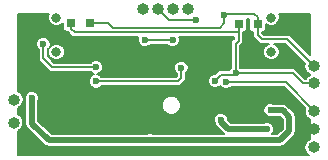
<source format=gbr>
G04 #@! TF.FileFunction,Copper,L2,Bot,Signal*
%FSLAX46Y46*%
G04 Gerber Fmt 4.6, Leading zero omitted, Abs format (unit mm)*
G04 Created by KiCad (PCBNEW 4.0.7) date Tuesday, October 30, 2018 'PMt' 11:33:51 PM*
%MOMM*%
%LPD*%
G01*
G04 APERTURE LIST*
%ADD10C,0.100000*%
%ADD11R,0.800000X0.800000*%
%ADD12O,1.000000X1.000000*%
%ADD13C,0.800000*%
%ADD14C,0.600000*%
%ADD15C,0.500000*%
%ADD16C,0.200000*%
G04 APERTURE END LIST*
D10*
D11*
X109850000Y-71375000D03*
X111450000Y-71375000D03*
X125620000Y-71410000D03*
X124020000Y-71410000D03*
D12*
X105003600Y-77851000D03*
X104978200Y-79781400D03*
X119761000Y-70205600D03*
X118491000Y-70205600D03*
X117221000Y-70205600D03*
X115951000Y-70205600D03*
X130420000Y-78820000D03*
X130410000Y-81870000D03*
X130420000Y-80350000D03*
X130403600Y-75006200D03*
X130403600Y-76454000D03*
D13*
X108600000Y-73800000D03*
X108600000Y-70900000D03*
X126800000Y-73800000D03*
X126800000Y-70900000D03*
D14*
X125222000Y-82143600D03*
X129286000Y-80314800D03*
X127609600Y-72059800D03*
X119303800Y-73914000D03*
X107746800Y-71907400D03*
X111963200Y-82092800D03*
X122605800Y-82245200D03*
X124815600Y-74726800D03*
X126720600Y-78740000D03*
X116509800Y-81280000D03*
X106502200Y-77724000D03*
X126390400Y-80340200D03*
X122504200Y-79527400D03*
X122021600Y-76263500D03*
X123774200Y-75590400D03*
X122783600Y-70662800D03*
X118440200Y-72771000D03*
X116078000Y-72771000D03*
X107492800Y-73126600D03*
X111937800Y-75107800D03*
X119176800Y-75133200D03*
X111912400Y-76301600D03*
X120446800Y-71120000D03*
X122948700Y-76377800D03*
D15*
X130420000Y-80350000D02*
X129321200Y-80350000D01*
X129321200Y-80350000D02*
X129286000Y-80314800D01*
X106502200Y-79883000D02*
X106553000Y-79883000D01*
X106553000Y-79883000D02*
X107950000Y-81280000D01*
X116509800Y-81280000D02*
X127533400Y-81280000D01*
X127736600Y-78740000D02*
X126720600Y-78740000D01*
X128295400Y-79298800D02*
X127736600Y-78740000D01*
X128295400Y-80518000D02*
X128295400Y-79298800D01*
X127533400Y-81280000D02*
X128295400Y-80518000D01*
X107950000Y-81280000D02*
X116509800Y-81280000D01*
X106502200Y-77724000D02*
X106502200Y-79883000D01*
X122504200Y-79527400D02*
X122504200Y-79705200D01*
X126390400Y-80340200D02*
X123410831Y-80357831D01*
X123156831Y-80357831D02*
X123410831Y-80357831D01*
X122504200Y-79705200D02*
X123156831Y-80357831D01*
D16*
X123634500Y-75730100D02*
X123774200Y-75590400D01*
X122555000Y-75730100D02*
X123634500Y-75730100D01*
X122021600Y-76263500D02*
X122555000Y-75730100D01*
X124020000Y-72694800D02*
X124020000Y-72855400D01*
X124020000Y-72855400D02*
X123774200Y-73101200D01*
X109850000Y-71831200D02*
X109850000Y-71851600D01*
X110134400Y-72136000D02*
X110185200Y-72136000D01*
X109850000Y-71851600D02*
X110134400Y-72136000D01*
X109850000Y-71375000D02*
X109850000Y-71831200D01*
X110185200Y-72136000D02*
X124020000Y-72136000D01*
X123774200Y-75590400D02*
X128625600Y-75590400D01*
X128625600Y-75590400D02*
X129489200Y-76454000D01*
X129489200Y-76454000D02*
X130403600Y-76454000D01*
X124020000Y-72694800D02*
X124020000Y-72136000D01*
X124020000Y-72136000D02*
X124020000Y-71410000D01*
X123774200Y-73101200D02*
X123774200Y-75590400D01*
X111450000Y-71375000D02*
X112999202Y-71375000D01*
X122783600Y-71374000D02*
X122783600Y-70662800D01*
X122421602Y-71735998D02*
X122783600Y-71374000D01*
X113360200Y-71735998D02*
X122421602Y-71735998D01*
X112999202Y-71375000D02*
X113360200Y-71735998D01*
X125620000Y-70857600D02*
X125620000Y-71410000D01*
X125349000Y-70586600D02*
X125620000Y-70857600D01*
X122859800Y-70586600D02*
X125349000Y-70586600D01*
X122783600Y-70662800D02*
X122859800Y-70586600D01*
X125620000Y-71410000D02*
X125620000Y-72330800D01*
X128143000Y-72745600D02*
X130403600Y-75006200D01*
X126034800Y-72745600D02*
X128143000Y-72745600D01*
X125620000Y-72330800D02*
X126034800Y-72745600D01*
X116078000Y-72771000D02*
X118440200Y-72771000D01*
X107492800Y-74345800D02*
X107492800Y-73126600D01*
X108254800Y-75107800D02*
X107492800Y-74345800D01*
X111937800Y-75107800D02*
X108254800Y-75107800D01*
X119176800Y-75971400D02*
X119176800Y-75133200D01*
X118846600Y-76301600D02*
X119176800Y-75971400D01*
X111912400Y-76301600D02*
X118846600Y-76301600D01*
X117221000Y-70205600D02*
X118135400Y-71120000D01*
X118110000Y-71094600D02*
X118110000Y-71120000D01*
X118135400Y-71120000D02*
X118110000Y-71094600D01*
X120446800Y-71120000D02*
X118110000Y-71120000D01*
X127990600Y-76352400D02*
X130420000Y-78781800D01*
X122948700Y-76377800D02*
X127990600Y-76352400D01*
X130420000Y-78781800D02*
X130420000Y-78820000D01*
G36*
X107900122Y-70760150D02*
X107899879Y-71038628D01*
X108006223Y-71296000D01*
X108202964Y-71493085D01*
X108460150Y-71599878D01*
X108738628Y-71600121D01*
X108996000Y-71493777D01*
X109144123Y-71345913D01*
X109144123Y-71775000D01*
X109165042Y-71886173D01*
X109230745Y-71988279D01*
X109330997Y-72056778D01*
X109450000Y-72080877D01*
X109531365Y-72080877D01*
X109567157Y-72134443D01*
X109851555Y-72418840D01*
X109851557Y-72418843D01*
X109981327Y-72505552D01*
X110134400Y-72536000D01*
X115525910Y-72536000D01*
X115478104Y-72651129D01*
X115477896Y-72889824D01*
X115569048Y-73110429D01*
X115737683Y-73279359D01*
X115958129Y-73370896D01*
X116196824Y-73371104D01*
X116417429Y-73279952D01*
X116526572Y-73171000D01*
X117991713Y-73171000D01*
X118099883Y-73279359D01*
X118320329Y-73370896D01*
X118559024Y-73371104D01*
X118779629Y-73279952D01*
X118948559Y-73111317D01*
X119040096Y-72890871D01*
X119040304Y-72652176D01*
X118992301Y-72536000D01*
X123620000Y-72536000D01*
X123620000Y-72689715D01*
X123491357Y-72818357D01*
X123404648Y-72948126D01*
X123398777Y-72977643D01*
X123374200Y-73101200D01*
X123374200Y-75141913D01*
X123265841Y-75250083D01*
X123232615Y-75330100D01*
X122555005Y-75330100D01*
X122555000Y-75330099D01*
X122401927Y-75360548D01*
X122272157Y-75447257D01*
X122272155Y-75447260D01*
X122055885Y-75663529D01*
X121902776Y-75663396D01*
X121682171Y-75754548D01*
X121513241Y-75923183D01*
X121421704Y-76143629D01*
X121421496Y-76382324D01*
X121512648Y-76602929D01*
X121681283Y-76771859D01*
X121901729Y-76863396D01*
X122140424Y-76863604D01*
X122361029Y-76772452D01*
X122432915Y-76700692D01*
X122439748Y-76717229D01*
X122608383Y-76886159D01*
X122828829Y-76977696D01*
X123067524Y-76977904D01*
X123288129Y-76886752D01*
X123399542Y-76775534D01*
X127825750Y-76753236D01*
X129652140Y-78579625D01*
X129604327Y-78820000D01*
X129665223Y-79126147D01*
X129838642Y-79385685D01*
X130025000Y-79510206D01*
X130025000Y-81173112D01*
X129828642Y-81304315D01*
X129655223Y-81563853D01*
X129594327Y-81870000D01*
X129655223Y-82176147D01*
X129828642Y-82435685D01*
X129962310Y-82525000D01*
X105375000Y-82525000D01*
X105375000Y-80470404D01*
X105559558Y-80347085D01*
X105732977Y-80087547D01*
X105793873Y-79781400D01*
X105732977Y-79475253D01*
X105559558Y-79215715D01*
X105375000Y-79092396D01*
X105375000Y-78556975D01*
X105584958Y-78416685D01*
X105758377Y-78157147D01*
X105819273Y-77851000D01*
X105817647Y-77842824D01*
X105902096Y-77842824D01*
X105952200Y-77964085D01*
X105952200Y-79883000D01*
X105994066Y-80093476D01*
X106113291Y-80271909D01*
X106266385Y-80374203D01*
X107561089Y-81668906D01*
X107561091Y-81668909D01*
X107739524Y-81788134D01*
X107950000Y-81830000D01*
X116269766Y-81830000D01*
X116389929Y-81879896D01*
X116628624Y-81880104D01*
X116749885Y-81830000D01*
X127533400Y-81830000D01*
X127743876Y-81788134D01*
X127922309Y-81668909D01*
X128684309Y-80906909D01*
X128803534Y-80728476D01*
X128845401Y-80518000D01*
X128845400Y-80517995D01*
X128845400Y-79298805D01*
X128845401Y-79298800D01*
X128803534Y-79088324D01*
X128757391Y-79019266D01*
X128684309Y-78909891D01*
X128684306Y-78909889D01*
X128125509Y-78351091D01*
X127947076Y-78231866D01*
X127736600Y-78190000D01*
X126960634Y-78190000D01*
X126840471Y-78140104D01*
X126601776Y-78139896D01*
X126381171Y-78231048D01*
X126212241Y-78399683D01*
X126120704Y-78620129D01*
X126120496Y-78858824D01*
X126211648Y-79079429D01*
X126380283Y-79248359D01*
X126600729Y-79339896D01*
X126839424Y-79340104D01*
X126960685Y-79290000D01*
X127508782Y-79290000D01*
X127745400Y-79526617D01*
X127745400Y-80290182D01*
X127305582Y-80730000D01*
X126849189Y-80730000D01*
X126898759Y-80680517D01*
X126990296Y-80460071D01*
X126990504Y-80221376D01*
X126899352Y-80000771D01*
X126730717Y-79831841D01*
X126510271Y-79740304D01*
X126271576Y-79740096D01*
X126146849Y-79791632D01*
X123409267Y-79807831D01*
X123384648Y-79807831D01*
X123104200Y-79527383D01*
X123104304Y-79408576D01*
X123013152Y-79187971D01*
X122844517Y-79019041D01*
X122624071Y-78927504D01*
X122385376Y-78927296D01*
X122164771Y-79018448D01*
X121995841Y-79187083D01*
X121904304Y-79407529D01*
X121904096Y-79646224D01*
X121978090Y-79825303D01*
X121996066Y-79915676D01*
X122115291Y-80094109D01*
X122751183Y-80730000D01*
X116749834Y-80730000D01*
X116629671Y-80680104D01*
X116390976Y-80679896D01*
X116269715Y-80730000D01*
X108177817Y-80730000D01*
X107052200Y-79604382D01*
X107052200Y-78466632D01*
X117513061Y-78466632D01*
X117634597Y-78760772D01*
X117859445Y-78986012D01*
X118153372Y-79108061D01*
X118471632Y-79108339D01*
X118765772Y-78986803D01*
X118991012Y-78761955D01*
X119113061Y-78468028D01*
X119113339Y-78149768D01*
X118991803Y-77855628D01*
X118766955Y-77630388D01*
X118473028Y-77508339D01*
X118154768Y-77508061D01*
X117860628Y-77629597D01*
X117635388Y-77854445D01*
X117513339Y-78148372D01*
X117513061Y-78466632D01*
X107052200Y-78466632D01*
X107052200Y-77964034D01*
X107102096Y-77843871D01*
X107102304Y-77605176D01*
X107011152Y-77384571D01*
X106842517Y-77215641D01*
X106622071Y-77124104D01*
X106383376Y-77123896D01*
X106162771Y-77215048D01*
X105993841Y-77383683D01*
X105902304Y-77604129D01*
X105902096Y-77842824D01*
X105817647Y-77842824D01*
X105758377Y-77544853D01*
X105584958Y-77285315D01*
X105375000Y-77145025D01*
X105375000Y-73245424D01*
X106892696Y-73245424D01*
X106983848Y-73466029D01*
X107092800Y-73575172D01*
X107092800Y-74345800D01*
X107123248Y-74498874D01*
X107209957Y-74628643D01*
X107971957Y-75390643D01*
X108101726Y-75477352D01*
X108254800Y-75507801D01*
X108254805Y-75507800D01*
X111489313Y-75507800D01*
X111597483Y-75616159D01*
X111803018Y-75701504D01*
X111793576Y-75701496D01*
X111572971Y-75792648D01*
X111404041Y-75961283D01*
X111312504Y-76181729D01*
X111312296Y-76420424D01*
X111403448Y-76641029D01*
X111572083Y-76809959D01*
X111792529Y-76901496D01*
X112031224Y-76901704D01*
X112251829Y-76810552D01*
X112360972Y-76701600D01*
X118846600Y-76701600D01*
X118999674Y-76671152D01*
X119129443Y-76584443D01*
X119459640Y-76254245D01*
X119459643Y-76254243D01*
X119546352Y-76124473D01*
X119576800Y-75971400D01*
X119576800Y-75581687D01*
X119685159Y-75473517D01*
X119776696Y-75253071D01*
X119776904Y-75014376D01*
X119685752Y-74793771D01*
X119517117Y-74624841D01*
X119296671Y-74533304D01*
X119057976Y-74533096D01*
X118837371Y-74624248D01*
X118668441Y-74792883D01*
X118576904Y-75013329D01*
X118576696Y-75252024D01*
X118667848Y-75472629D01*
X118776800Y-75581772D01*
X118776800Y-75805715D01*
X118680914Y-75901600D01*
X112360887Y-75901600D01*
X112252717Y-75793241D01*
X112047182Y-75707896D01*
X112056624Y-75707904D01*
X112277229Y-75616752D01*
X112446159Y-75448117D01*
X112537696Y-75227671D01*
X112537904Y-74988976D01*
X112446752Y-74768371D01*
X112278117Y-74599441D01*
X112057671Y-74507904D01*
X111818976Y-74507696D01*
X111598371Y-74598848D01*
X111489228Y-74707800D01*
X108420486Y-74707800D01*
X107892800Y-74180114D01*
X107892800Y-73575087D01*
X107965634Y-73502380D01*
X107900122Y-73660150D01*
X107899879Y-73938628D01*
X108006223Y-74196000D01*
X108202964Y-74393085D01*
X108460150Y-74499878D01*
X108738628Y-74500121D01*
X108996000Y-74393777D01*
X109193085Y-74197036D01*
X109299878Y-73939850D01*
X109300121Y-73661372D01*
X109193777Y-73404000D01*
X108997036Y-73206915D01*
X108739850Y-73100122D01*
X108461372Y-73099879D01*
X108204000Y-73206223D01*
X108042440Y-73367501D01*
X108092696Y-73246471D01*
X108092904Y-73007776D01*
X108001752Y-72787171D01*
X107833117Y-72618241D01*
X107612671Y-72526704D01*
X107373976Y-72526496D01*
X107153371Y-72617648D01*
X106984441Y-72786283D01*
X106892904Y-73006729D01*
X106892696Y-73245424D01*
X105375000Y-73245424D01*
X105375000Y-70575000D01*
X107977003Y-70575000D01*
X107900122Y-70760150D01*
X107900122Y-70760150D01*
G37*
X107900122Y-70760150D02*
X107899879Y-71038628D01*
X108006223Y-71296000D01*
X108202964Y-71493085D01*
X108460150Y-71599878D01*
X108738628Y-71600121D01*
X108996000Y-71493777D01*
X109144123Y-71345913D01*
X109144123Y-71775000D01*
X109165042Y-71886173D01*
X109230745Y-71988279D01*
X109330997Y-72056778D01*
X109450000Y-72080877D01*
X109531365Y-72080877D01*
X109567157Y-72134443D01*
X109851555Y-72418840D01*
X109851557Y-72418843D01*
X109981327Y-72505552D01*
X110134400Y-72536000D01*
X115525910Y-72536000D01*
X115478104Y-72651129D01*
X115477896Y-72889824D01*
X115569048Y-73110429D01*
X115737683Y-73279359D01*
X115958129Y-73370896D01*
X116196824Y-73371104D01*
X116417429Y-73279952D01*
X116526572Y-73171000D01*
X117991713Y-73171000D01*
X118099883Y-73279359D01*
X118320329Y-73370896D01*
X118559024Y-73371104D01*
X118779629Y-73279952D01*
X118948559Y-73111317D01*
X119040096Y-72890871D01*
X119040304Y-72652176D01*
X118992301Y-72536000D01*
X123620000Y-72536000D01*
X123620000Y-72689715D01*
X123491357Y-72818357D01*
X123404648Y-72948126D01*
X123398777Y-72977643D01*
X123374200Y-73101200D01*
X123374200Y-75141913D01*
X123265841Y-75250083D01*
X123232615Y-75330100D01*
X122555005Y-75330100D01*
X122555000Y-75330099D01*
X122401927Y-75360548D01*
X122272157Y-75447257D01*
X122272155Y-75447260D01*
X122055885Y-75663529D01*
X121902776Y-75663396D01*
X121682171Y-75754548D01*
X121513241Y-75923183D01*
X121421704Y-76143629D01*
X121421496Y-76382324D01*
X121512648Y-76602929D01*
X121681283Y-76771859D01*
X121901729Y-76863396D01*
X122140424Y-76863604D01*
X122361029Y-76772452D01*
X122432915Y-76700692D01*
X122439748Y-76717229D01*
X122608383Y-76886159D01*
X122828829Y-76977696D01*
X123067524Y-76977904D01*
X123288129Y-76886752D01*
X123399542Y-76775534D01*
X127825750Y-76753236D01*
X129652140Y-78579625D01*
X129604327Y-78820000D01*
X129665223Y-79126147D01*
X129838642Y-79385685D01*
X130025000Y-79510206D01*
X130025000Y-81173112D01*
X129828642Y-81304315D01*
X129655223Y-81563853D01*
X129594327Y-81870000D01*
X129655223Y-82176147D01*
X129828642Y-82435685D01*
X129962310Y-82525000D01*
X105375000Y-82525000D01*
X105375000Y-80470404D01*
X105559558Y-80347085D01*
X105732977Y-80087547D01*
X105793873Y-79781400D01*
X105732977Y-79475253D01*
X105559558Y-79215715D01*
X105375000Y-79092396D01*
X105375000Y-78556975D01*
X105584958Y-78416685D01*
X105758377Y-78157147D01*
X105819273Y-77851000D01*
X105817647Y-77842824D01*
X105902096Y-77842824D01*
X105952200Y-77964085D01*
X105952200Y-79883000D01*
X105994066Y-80093476D01*
X106113291Y-80271909D01*
X106266385Y-80374203D01*
X107561089Y-81668906D01*
X107561091Y-81668909D01*
X107739524Y-81788134D01*
X107950000Y-81830000D01*
X116269766Y-81830000D01*
X116389929Y-81879896D01*
X116628624Y-81880104D01*
X116749885Y-81830000D01*
X127533400Y-81830000D01*
X127743876Y-81788134D01*
X127922309Y-81668909D01*
X128684309Y-80906909D01*
X128803534Y-80728476D01*
X128845401Y-80518000D01*
X128845400Y-80517995D01*
X128845400Y-79298805D01*
X128845401Y-79298800D01*
X128803534Y-79088324D01*
X128757391Y-79019266D01*
X128684309Y-78909891D01*
X128684306Y-78909889D01*
X128125509Y-78351091D01*
X127947076Y-78231866D01*
X127736600Y-78190000D01*
X126960634Y-78190000D01*
X126840471Y-78140104D01*
X126601776Y-78139896D01*
X126381171Y-78231048D01*
X126212241Y-78399683D01*
X126120704Y-78620129D01*
X126120496Y-78858824D01*
X126211648Y-79079429D01*
X126380283Y-79248359D01*
X126600729Y-79339896D01*
X126839424Y-79340104D01*
X126960685Y-79290000D01*
X127508782Y-79290000D01*
X127745400Y-79526617D01*
X127745400Y-80290182D01*
X127305582Y-80730000D01*
X126849189Y-80730000D01*
X126898759Y-80680517D01*
X126990296Y-80460071D01*
X126990504Y-80221376D01*
X126899352Y-80000771D01*
X126730717Y-79831841D01*
X126510271Y-79740304D01*
X126271576Y-79740096D01*
X126146849Y-79791632D01*
X123409267Y-79807831D01*
X123384648Y-79807831D01*
X123104200Y-79527383D01*
X123104304Y-79408576D01*
X123013152Y-79187971D01*
X122844517Y-79019041D01*
X122624071Y-78927504D01*
X122385376Y-78927296D01*
X122164771Y-79018448D01*
X121995841Y-79187083D01*
X121904304Y-79407529D01*
X121904096Y-79646224D01*
X121978090Y-79825303D01*
X121996066Y-79915676D01*
X122115291Y-80094109D01*
X122751183Y-80730000D01*
X116749834Y-80730000D01*
X116629671Y-80680104D01*
X116390976Y-80679896D01*
X116269715Y-80730000D01*
X108177817Y-80730000D01*
X107052200Y-79604382D01*
X107052200Y-78466632D01*
X117513061Y-78466632D01*
X117634597Y-78760772D01*
X117859445Y-78986012D01*
X118153372Y-79108061D01*
X118471632Y-79108339D01*
X118765772Y-78986803D01*
X118991012Y-78761955D01*
X119113061Y-78468028D01*
X119113339Y-78149768D01*
X118991803Y-77855628D01*
X118766955Y-77630388D01*
X118473028Y-77508339D01*
X118154768Y-77508061D01*
X117860628Y-77629597D01*
X117635388Y-77854445D01*
X117513339Y-78148372D01*
X117513061Y-78466632D01*
X107052200Y-78466632D01*
X107052200Y-77964034D01*
X107102096Y-77843871D01*
X107102304Y-77605176D01*
X107011152Y-77384571D01*
X106842517Y-77215641D01*
X106622071Y-77124104D01*
X106383376Y-77123896D01*
X106162771Y-77215048D01*
X105993841Y-77383683D01*
X105902304Y-77604129D01*
X105902096Y-77842824D01*
X105817647Y-77842824D01*
X105758377Y-77544853D01*
X105584958Y-77285315D01*
X105375000Y-77145025D01*
X105375000Y-73245424D01*
X106892696Y-73245424D01*
X106983848Y-73466029D01*
X107092800Y-73575172D01*
X107092800Y-74345800D01*
X107123248Y-74498874D01*
X107209957Y-74628643D01*
X107971957Y-75390643D01*
X108101726Y-75477352D01*
X108254800Y-75507801D01*
X108254805Y-75507800D01*
X111489313Y-75507800D01*
X111597483Y-75616159D01*
X111803018Y-75701504D01*
X111793576Y-75701496D01*
X111572971Y-75792648D01*
X111404041Y-75961283D01*
X111312504Y-76181729D01*
X111312296Y-76420424D01*
X111403448Y-76641029D01*
X111572083Y-76809959D01*
X111792529Y-76901496D01*
X112031224Y-76901704D01*
X112251829Y-76810552D01*
X112360972Y-76701600D01*
X118846600Y-76701600D01*
X118999674Y-76671152D01*
X119129443Y-76584443D01*
X119459640Y-76254245D01*
X119459643Y-76254243D01*
X119546352Y-76124473D01*
X119576800Y-75971400D01*
X119576800Y-75581687D01*
X119685159Y-75473517D01*
X119776696Y-75253071D01*
X119776904Y-75014376D01*
X119685752Y-74793771D01*
X119517117Y-74624841D01*
X119296671Y-74533304D01*
X119057976Y-74533096D01*
X118837371Y-74624248D01*
X118668441Y-74792883D01*
X118576904Y-75013329D01*
X118576696Y-75252024D01*
X118667848Y-75472629D01*
X118776800Y-75581772D01*
X118776800Y-75805715D01*
X118680914Y-75901600D01*
X112360887Y-75901600D01*
X112252717Y-75793241D01*
X112047182Y-75707896D01*
X112056624Y-75707904D01*
X112277229Y-75616752D01*
X112446159Y-75448117D01*
X112537696Y-75227671D01*
X112537904Y-74988976D01*
X112446752Y-74768371D01*
X112278117Y-74599441D01*
X112057671Y-74507904D01*
X111818976Y-74507696D01*
X111598371Y-74598848D01*
X111489228Y-74707800D01*
X108420486Y-74707800D01*
X107892800Y-74180114D01*
X107892800Y-73575087D01*
X107965634Y-73502380D01*
X107900122Y-73660150D01*
X107899879Y-73938628D01*
X108006223Y-74196000D01*
X108202964Y-74393085D01*
X108460150Y-74499878D01*
X108738628Y-74500121D01*
X108996000Y-74393777D01*
X109193085Y-74197036D01*
X109299878Y-73939850D01*
X109300121Y-73661372D01*
X109193777Y-73404000D01*
X108997036Y-73206915D01*
X108739850Y-73100122D01*
X108461372Y-73099879D01*
X108204000Y-73206223D01*
X108042440Y-73367501D01*
X108092696Y-73246471D01*
X108092904Y-73007776D01*
X108001752Y-72787171D01*
X107833117Y-72618241D01*
X107612671Y-72526704D01*
X107373976Y-72526496D01*
X107153371Y-72617648D01*
X106984441Y-72786283D01*
X106892904Y-73006729D01*
X106892696Y-73245424D01*
X105375000Y-73245424D01*
X105375000Y-70575000D01*
X107977003Y-70575000D01*
X107900122Y-70760150D01*
G36*
X124914123Y-71010000D02*
X124914123Y-71810000D01*
X124935042Y-71921173D01*
X125000745Y-72023279D01*
X125100997Y-72091778D01*
X125220000Y-72115877D01*
X125220000Y-72330800D01*
X125250448Y-72483874D01*
X125337157Y-72613643D01*
X125751957Y-73028443D01*
X125881726Y-73115152D01*
X126034800Y-73145601D01*
X126034805Y-73145600D01*
X126550719Y-73145600D01*
X126404000Y-73206223D01*
X126206915Y-73402964D01*
X126100122Y-73660150D01*
X126099879Y-73938628D01*
X126206223Y-74196000D01*
X126402964Y-74393085D01*
X126660150Y-74499878D01*
X126938628Y-74500121D01*
X127196000Y-74393777D01*
X127393085Y-74197036D01*
X127499878Y-73939850D01*
X127500121Y-73661372D01*
X127393777Y-73404000D01*
X127197036Y-73206915D01*
X127049373Y-73145600D01*
X127977314Y-73145600D01*
X129629402Y-74797688D01*
X129587927Y-75006200D01*
X129648823Y-75312347D01*
X129822242Y-75571885D01*
X130025000Y-75707365D01*
X130025000Y-75752835D01*
X129822242Y-75888315D01*
X129711534Y-76054000D01*
X129654886Y-76054000D01*
X128908443Y-75307557D01*
X128778674Y-75220848D01*
X128625600Y-75190400D01*
X124222687Y-75190400D01*
X124174200Y-75141828D01*
X124174200Y-73266886D01*
X124302840Y-73138245D01*
X124302843Y-73138243D01*
X124376209Y-73028443D01*
X124389552Y-73008474D01*
X124420001Y-72855400D01*
X124420000Y-72855395D01*
X124420000Y-72115877D01*
X124531173Y-72094958D01*
X124633279Y-72029255D01*
X124701778Y-71929003D01*
X124725877Y-71810000D01*
X124725877Y-71010000D01*
X124721474Y-70986600D01*
X124918862Y-70986600D01*
X124914123Y-71010000D01*
X124914123Y-71010000D01*
G37*
X124914123Y-71010000D02*
X124914123Y-71810000D01*
X124935042Y-71921173D01*
X125000745Y-72023279D01*
X125100997Y-72091778D01*
X125220000Y-72115877D01*
X125220000Y-72330800D01*
X125250448Y-72483874D01*
X125337157Y-72613643D01*
X125751957Y-73028443D01*
X125881726Y-73115152D01*
X126034800Y-73145601D01*
X126034805Y-73145600D01*
X126550719Y-73145600D01*
X126404000Y-73206223D01*
X126206915Y-73402964D01*
X126100122Y-73660150D01*
X126099879Y-73938628D01*
X126206223Y-74196000D01*
X126402964Y-74393085D01*
X126660150Y-74499878D01*
X126938628Y-74500121D01*
X127196000Y-74393777D01*
X127393085Y-74197036D01*
X127499878Y-73939850D01*
X127500121Y-73661372D01*
X127393777Y-73404000D01*
X127197036Y-73206915D01*
X127049373Y-73145600D01*
X127977314Y-73145600D01*
X129629402Y-74797688D01*
X129587927Y-75006200D01*
X129648823Y-75312347D01*
X129822242Y-75571885D01*
X130025000Y-75707365D01*
X130025000Y-75752835D01*
X129822242Y-75888315D01*
X129711534Y-76054000D01*
X129654886Y-76054000D01*
X128908443Y-75307557D01*
X128778674Y-75220848D01*
X128625600Y-75190400D01*
X124222687Y-75190400D01*
X124174200Y-75141828D01*
X124174200Y-73266886D01*
X124302840Y-73138245D01*
X124302843Y-73138243D01*
X124376209Y-73028443D01*
X124389552Y-73008474D01*
X124420001Y-72855400D01*
X124420000Y-72855395D01*
X124420000Y-72115877D01*
X124531173Y-72094958D01*
X124633279Y-72029255D01*
X124701778Y-71929003D01*
X124725877Y-71810000D01*
X124725877Y-71010000D01*
X124721474Y-70986600D01*
X124918862Y-70986600D01*
X124914123Y-71010000D01*
G36*
X130025000Y-74061914D02*
X128425843Y-72462757D01*
X128296074Y-72376048D01*
X128143000Y-72345600D01*
X126200486Y-72345600D01*
X126020000Y-72165114D01*
X126020000Y-72115877D01*
X126131173Y-72094958D01*
X126233279Y-72029255D01*
X126301778Y-71929003D01*
X126325877Y-71810000D01*
X126325877Y-71415863D01*
X126402964Y-71493085D01*
X126660150Y-71599878D01*
X126938628Y-71600121D01*
X127196000Y-71493777D01*
X127393085Y-71297036D01*
X127499878Y-71039850D01*
X127500121Y-70761372D01*
X127423114Y-70575000D01*
X130025000Y-70575000D01*
X130025000Y-74061914D01*
X130025000Y-74061914D01*
G37*
X130025000Y-74061914D02*
X128425843Y-72462757D01*
X128296074Y-72376048D01*
X128143000Y-72345600D01*
X126200486Y-72345600D01*
X126020000Y-72165114D01*
X126020000Y-72115877D01*
X126131173Y-72094958D01*
X126233279Y-72029255D01*
X126301778Y-71929003D01*
X126325877Y-71810000D01*
X126325877Y-71415863D01*
X126402964Y-71493085D01*
X126660150Y-71599878D01*
X126938628Y-71600121D01*
X127196000Y-71493777D01*
X127393085Y-71297036D01*
X127499878Y-71039850D01*
X127500121Y-70761372D01*
X127423114Y-70575000D01*
X130025000Y-70575000D01*
X130025000Y-74061914D01*
M02*

</source>
